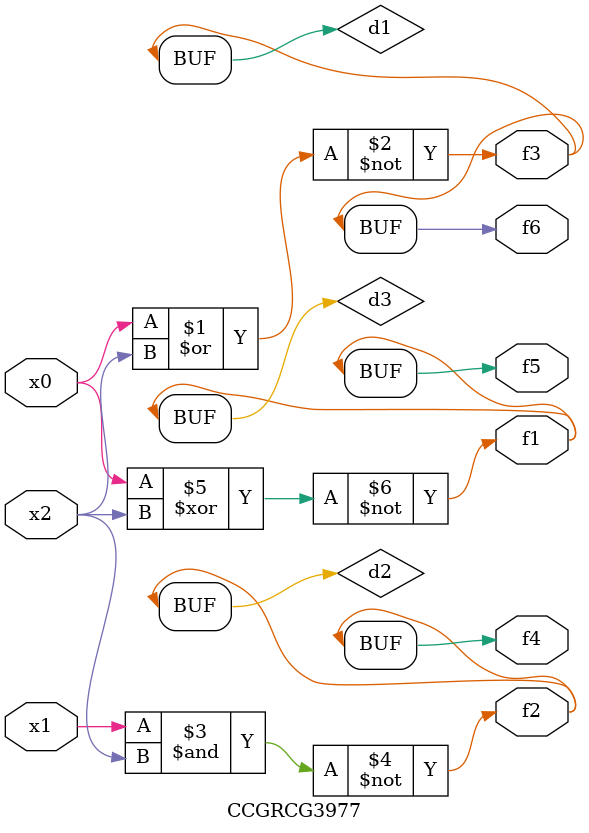
<source format=v>
module CCGRCG3977(
	input x0, x1, x2,
	output f1, f2, f3, f4, f5, f6
);

	wire d1, d2, d3;

	nor (d1, x0, x2);
	nand (d2, x1, x2);
	xnor (d3, x0, x2);
	assign f1 = d3;
	assign f2 = d2;
	assign f3 = d1;
	assign f4 = d2;
	assign f5 = d3;
	assign f6 = d1;
endmodule

</source>
